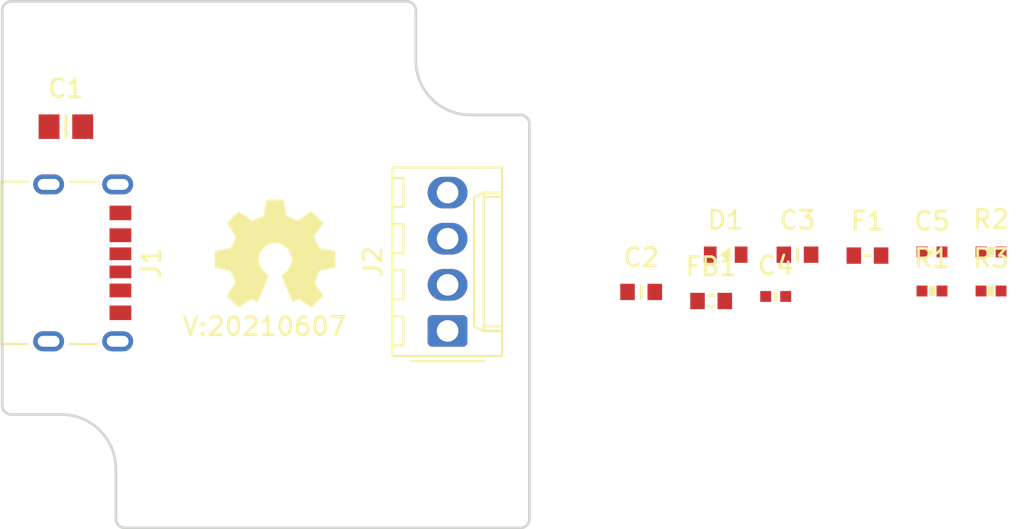
<source format=kicad_pcb>
(kicad_pcb (version 20171130) (host pcbnew 5.1.10-88a1d61d58~88~ubuntu20.10.1)

  (general
    (thickness 1.6)
    (drawings 17)
    (tracks 0)
    (zones 0)
    (modules 17)
    (nets 9)
  )

  (page A4)
  (layers
    (0 F.Cu signal)
    (31 B.Cu signal)
    (32 B.Adhes user)
    (33 F.Adhes user)
    (34 B.Paste user)
    (35 F.Paste user)
    (36 B.SilkS user)
    (37 F.SilkS user)
    (38 B.Mask user)
    (39 F.Mask user)
    (40 Dwgs.User user)
    (41 Cmts.User user)
    (42 Eco1.User user)
    (43 Eco2.User user)
    (44 Edge.Cuts user)
    (45 Margin user)
    (46 B.CrtYd user)
    (47 F.CrtYd user)
    (48 B.Fab user)
    (49 F.Fab user)
  )

  (setup
    (last_trace_width 0.1524)
    (user_trace_width 0.1524)
    (user_trace_width 0.2)
    (user_trace_width 0.3)
    (user_trace_width 0.4)
    (user_trace_width 0.6)
    (user_trace_width 1)
    (user_trace_width 1.5)
    (user_trace_width 2)
    (trace_clearance 0.1524)
    (zone_clearance 0.508)
    (zone_45_only no)
    (trace_min 0.1524)
    (via_size 0.381)
    (via_drill 0.254)
    (via_min_size 0.381)
    (via_min_drill 0.254)
    (user_via 0.4 0.254)
    (user_via 0.6 0.4)
    (user_via 0.8 0.6)
    (user_via 1 0.8)
    (user_via 1.3 1)
    (user_via 1.5 1.2)
    (user_via 1.7 1.4)
    (user_via 1.9 1.6)
    (uvia_size 0.381)
    (uvia_drill 0.254)
    (uvias_allowed no)
    (uvia_min_size 0.381)
    (uvia_min_drill 0.254)
    (edge_width 0.15)
    (segment_width 0.2)
    (pcb_text_width 0.3)
    (pcb_text_size 1.5 1.5)
    (mod_edge_width 0.15)
    (mod_text_size 1 1)
    (mod_text_width 0.15)
    (pad_size 1.524 1.524)
    (pad_drill 0.762)
    (pad_to_mask_clearance 0.1)
    (solder_mask_min_width 0.15)
    (aux_axis_origin 0 0)
    (visible_elements FFFFFF7F)
    (pcbplotparams
      (layerselection 0x010fc_ffffffff)
      (usegerberextensions true)
      (usegerberattributes false)
      (usegerberadvancedattributes false)
      (creategerberjobfile false)
      (excludeedgelayer true)
      (linewidth 0.100000)
      (plotframeref false)
      (viasonmask false)
      (mode 1)
      (useauxorigin false)
      (hpglpennumber 1)
      (hpglpenspeed 20)
      (hpglpendiameter 15.000000)
      (psnegative false)
      (psa4output false)
      (plotreference true)
      (plotvalue true)
      (plotinvisibletext false)
      (padsonsilk false)
      (subtractmaskfromsilk false)
      (outputformat 1)
      (mirror false)
      (drillshape 0)
      (scaleselection 1)
      (outputdirectory "OSH_Park_2_layer_plots"))
  )

  (net 0 "")
  (net 1 "Net-(C1-Pad1)")
  (net 2 /GND)
  (net 3 /VBUS)
  (net 4 /VCC)
  (net 5 /CC1)
  (net 6 /CC2)
  (net 7 "Net-(D1-Pad2)")
  (net 8 "Net-(F1-Pad1)")

  (net_class Default "This is the default net class."
    (clearance 0.1524)
    (trace_width 0.1524)
    (via_dia 0.381)
    (via_drill 0.254)
    (uvia_dia 0.381)
    (uvia_drill 0.254)
    (add_net /CC1)
    (add_net /CC2)
    (add_net /GND)
    (add_net /VBUS)
    (add_net /VCC)
    (add_net "Net-(C1-Pad1)")
    (add_net "Net-(D1-Pad2)")
    (add_net "Net-(F1-Pad1)")
  )

  (module SquantorRcl:R_0402_hand (layer F.Cu) (tedit 5D440136) (tstamp 60C00E44)
    (at 187.4 103.05)
    (descr "Resistor SMD 0402, reflow soldering, Vishay (see dcrcw.pdf)")
    (tags "resistor 0402")
    (path /60BFDB94)
    (attr smd)
    (fp_text reference R3 (at 0 -1.8) (layer F.SilkS)
      (effects (font (size 1 1) (thickness 0.15)))
    )
    (fp_text value 1K (at 0 1.8) (layer F.Fab)
      (effects (font (size 1 1) (thickness 0.15)))
    )
    (fp_line (start -0.5 0.25) (end -0.5 -0.25) (layer F.Fab) (width 0.1))
    (fp_line (start 0.5 0.25) (end -0.5 0.25) (layer F.Fab) (width 0.1))
    (fp_line (start 0.5 -0.25) (end 0.5 0.25) (layer F.Fab) (width 0.1))
    (fp_line (start -0.5 -0.25) (end 0.5 -0.25) (layer F.Fab) (width 0.1))
    (fp_line (start -1.1 -0.55) (end 1.1 -0.55) (layer F.CrtYd) (width 0.05))
    (fp_line (start -1.1 0.55) (end 1.1 0.55) (layer F.CrtYd) (width 0.05))
    (fp_line (start -1.1 -0.55) (end -1.1 0.55) (layer F.CrtYd) (width 0.05))
    (fp_line (start 1.1 -0.55) (end 1.1 0.55) (layer F.CrtYd) (width 0.05))
    (fp_line (start -0.1 -0.2) (end 0.1 -0.2) (layer F.SilkS) (width 0.15))
    (fp_line (start 0.1 -0.2) (end 0.1 0.2) (layer F.SilkS) (width 0.15))
    (fp_line (start 0.1 0.2) (end -0.1 0.2) (layer F.SilkS) (width 0.15))
    (fp_line (start -0.1 0.2) (end -0.1 -0.2) (layer F.SilkS) (width 0.15))
    (fp_line (start 0 -0.2) (end 0 0.2) (layer F.SilkS) (width 0.15))
    (pad 2 smd rect (at 0.55 0) (size 0.6 0.6) (layers F.Cu F.Paste F.Mask)
      (net 7 "Net-(D1-Pad2)"))
    (pad 1 smd rect (at -0.55 0) (size 0.6 0.6) (layers F.Cu F.Paste F.Mask)
      (net 4 /VCC))
    (model ${KISYS3DMOD}/Resistor_SMD.3dshapes/R_0402_1005Metric.step
      (at (xyz 0 0 0))
      (scale (xyz 1 1 1))
      (rotate (xyz 0 0 0))
    )
  )

  (module SquantorRcl:R_0402_hand (layer F.Cu) (tedit 5D440136) (tstamp 60C00E31)
    (at 187.4 100.9)
    (descr "Resistor SMD 0402, reflow soldering, Vishay (see dcrcw.pdf)")
    (tags "resistor 0402")
    (path /60BFD12A)
    (attr smd)
    (fp_text reference R2 (at 0 -1.8) (layer F.SilkS)
      (effects (font (size 1 1) (thickness 0.15)))
    )
    (fp_text value 5.1K (at 0 1.8) (layer F.Fab)
      (effects (font (size 1 1) (thickness 0.15)))
    )
    (fp_line (start -0.5 0.25) (end -0.5 -0.25) (layer F.Fab) (width 0.1))
    (fp_line (start 0.5 0.25) (end -0.5 0.25) (layer F.Fab) (width 0.1))
    (fp_line (start 0.5 -0.25) (end 0.5 0.25) (layer F.Fab) (width 0.1))
    (fp_line (start -0.5 -0.25) (end 0.5 -0.25) (layer F.Fab) (width 0.1))
    (fp_line (start -1.1 -0.55) (end 1.1 -0.55) (layer F.CrtYd) (width 0.05))
    (fp_line (start -1.1 0.55) (end 1.1 0.55) (layer F.CrtYd) (width 0.05))
    (fp_line (start -1.1 -0.55) (end -1.1 0.55) (layer F.CrtYd) (width 0.05))
    (fp_line (start 1.1 -0.55) (end 1.1 0.55) (layer F.CrtYd) (width 0.05))
    (fp_line (start -0.1 -0.2) (end 0.1 -0.2) (layer F.SilkS) (width 0.15))
    (fp_line (start 0.1 -0.2) (end 0.1 0.2) (layer F.SilkS) (width 0.15))
    (fp_line (start 0.1 0.2) (end -0.1 0.2) (layer F.SilkS) (width 0.15))
    (fp_line (start -0.1 0.2) (end -0.1 -0.2) (layer F.SilkS) (width 0.15))
    (fp_line (start 0 -0.2) (end 0 0.2) (layer F.SilkS) (width 0.15))
    (pad 2 smd rect (at 0.55 0) (size 0.6 0.6) (layers F.Cu F.Paste F.Mask)
      (net 6 /CC2))
    (pad 1 smd rect (at -0.55 0) (size 0.6 0.6) (layers F.Cu F.Paste F.Mask)
      (net 2 /GND))
    (model ${KISYS3DMOD}/Resistor_SMD.3dshapes/R_0402_1005Metric.step
      (at (xyz 0 0 0))
      (scale (xyz 1 1 1))
      (rotate (xyz 0 0 0))
    )
  )

  (module SquantorRcl:R_0402_hand (layer F.Cu) (tedit 5D440136) (tstamp 60C00E1E)
    (at 184.15 103.05)
    (descr "Resistor SMD 0402, reflow soldering, Vishay (see dcrcw.pdf)")
    (tags "resistor 0402")
    (path /60BE9556)
    (attr smd)
    (fp_text reference R1 (at 0 -1.8) (layer F.SilkS)
      (effects (font (size 1 1) (thickness 0.15)))
    )
    (fp_text value 5.1K (at 0 1.8) (layer F.Fab)
      (effects (font (size 1 1) (thickness 0.15)))
    )
    (fp_line (start -0.5 0.25) (end -0.5 -0.25) (layer F.Fab) (width 0.1))
    (fp_line (start 0.5 0.25) (end -0.5 0.25) (layer F.Fab) (width 0.1))
    (fp_line (start 0.5 -0.25) (end 0.5 0.25) (layer F.Fab) (width 0.1))
    (fp_line (start -0.5 -0.25) (end 0.5 -0.25) (layer F.Fab) (width 0.1))
    (fp_line (start -1.1 -0.55) (end 1.1 -0.55) (layer F.CrtYd) (width 0.05))
    (fp_line (start -1.1 0.55) (end 1.1 0.55) (layer F.CrtYd) (width 0.05))
    (fp_line (start -1.1 -0.55) (end -1.1 0.55) (layer F.CrtYd) (width 0.05))
    (fp_line (start 1.1 -0.55) (end 1.1 0.55) (layer F.CrtYd) (width 0.05))
    (fp_line (start -0.1 -0.2) (end 0.1 -0.2) (layer F.SilkS) (width 0.15))
    (fp_line (start 0.1 -0.2) (end 0.1 0.2) (layer F.SilkS) (width 0.15))
    (fp_line (start 0.1 0.2) (end -0.1 0.2) (layer F.SilkS) (width 0.15))
    (fp_line (start -0.1 0.2) (end -0.1 -0.2) (layer F.SilkS) (width 0.15))
    (fp_line (start 0 -0.2) (end 0 0.2) (layer F.SilkS) (width 0.15))
    (pad 2 smd rect (at 0.55 0) (size 0.6 0.6) (layers F.Cu F.Paste F.Mask)
      (net 5 /CC1))
    (pad 1 smd rect (at -0.55 0) (size 0.6 0.6) (layers F.Cu F.Paste F.Mask)
      (net 2 /GND))
    (model ${KISYS3DMOD}/Resistor_SMD.3dshapes/R_0402_1005Metric.step
      (at (xyz 0 0 0))
      (scale (xyz 1 1 1))
      (rotate (xyz 0 0 0))
    )
  )

  (module Connector_Molex:Molex_KK-254_AE-6410-04A_1x04_P2.54mm_Vertical (layer F.Cu) (tedit 5EA53D3B) (tstamp 60C00DFF)
    (at 157.5 105.25 90)
    (descr "Molex KK-254 Interconnect System, old/engineering part number: AE-6410-04A example for new part number: 22-27-2041, 4 Pins (http://www.molex.com/pdm_docs/sd/022272021_sd.pdf), generated with kicad-footprint-generator")
    (tags "connector Molex KK-254 vertical")
    (path /60C0982A)
    (fp_text reference J2 (at 3.81 -4.12 90) (layer F.SilkS)
      (effects (font (size 1 1) (thickness 0.15)))
    )
    (fp_text value Conn_01x04 (at 3.81 4.08 90) (layer F.Fab)
      (effects (font (size 1 1) (thickness 0.15)))
    )
    (fp_text user %R (at 3.81 -2.22 90) (layer F.Fab)
      (effects (font (size 1 1) (thickness 0.15)))
    )
    (fp_line (start -1.27 -2.92) (end -1.27 2.88) (layer F.Fab) (width 0.1))
    (fp_line (start -1.27 2.88) (end 8.89 2.88) (layer F.Fab) (width 0.1))
    (fp_line (start 8.89 2.88) (end 8.89 -2.92) (layer F.Fab) (width 0.1))
    (fp_line (start 8.89 -2.92) (end -1.27 -2.92) (layer F.Fab) (width 0.1))
    (fp_line (start -1.38 -3.03) (end -1.38 2.99) (layer F.SilkS) (width 0.12))
    (fp_line (start -1.38 2.99) (end 9 2.99) (layer F.SilkS) (width 0.12))
    (fp_line (start 9 2.99) (end 9 -3.03) (layer F.SilkS) (width 0.12))
    (fp_line (start 9 -3.03) (end -1.38 -3.03) (layer F.SilkS) (width 0.12))
    (fp_line (start -1.67 -2) (end -1.67 2) (layer F.SilkS) (width 0.12))
    (fp_line (start -1.27 -0.5) (end -0.562893 0) (layer F.Fab) (width 0.1))
    (fp_line (start -0.562893 0) (end -1.27 0.5) (layer F.Fab) (width 0.1))
    (fp_line (start 0 2.99) (end 0 1.99) (layer F.SilkS) (width 0.12))
    (fp_line (start 0 1.99) (end 7.62 1.99) (layer F.SilkS) (width 0.12))
    (fp_line (start 7.62 1.99) (end 7.62 2.99) (layer F.SilkS) (width 0.12))
    (fp_line (start 0 1.99) (end 0.25 1.46) (layer F.SilkS) (width 0.12))
    (fp_line (start 0.25 1.46) (end 7.37 1.46) (layer F.SilkS) (width 0.12))
    (fp_line (start 7.37 1.46) (end 7.62 1.99) (layer F.SilkS) (width 0.12))
    (fp_line (start 0.25 2.99) (end 0.25 1.99) (layer F.SilkS) (width 0.12))
    (fp_line (start 7.37 2.99) (end 7.37 1.99) (layer F.SilkS) (width 0.12))
    (fp_line (start -0.8 -3.03) (end -0.8 -2.43) (layer F.SilkS) (width 0.12))
    (fp_line (start -0.8 -2.43) (end 0.8 -2.43) (layer F.SilkS) (width 0.12))
    (fp_line (start 0.8 -2.43) (end 0.8 -3.03) (layer F.SilkS) (width 0.12))
    (fp_line (start 1.74 -3.03) (end 1.74 -2.43) (layer F.SilkS) (width 0.12))
    (fp_line (start 1.74 -2.43) (end 3.34 -2.43) (layer F.SilkS) (width 0.12))
    (fp_line (start 3.34 -2.43) (end 3.34 -3.03) (layer F.SilkS) (width 0.12))
    (fp_line (start 4.28 -3.03) (end 4.28 -2.43) (layer F.SilkS) (width 0.12))
    (fp_line (start 4.28 -2.43) (end 5.88 -2.43) (layer F.SilkS) (width 0.12))
    (fp_line (start 5.88 -2.43) (end 5.88 -3.03) (layer F.SilkS) (width 0.12))
    (fp_line (start 6.82 -3.03) (end 6.82 -2.43) (layer F.SilkS) (width 0.12))
    (fp_line (start 6.82 -2.43) (end 8.42 -2.43) (layer F.SilkS) (width 0.12))
    (fp_line (start 8.42 -2.43) (end 8.42 -3.03) (layer F.SilkS) (width 0.12))
    (fp_line (start -1.77 -3.42) (end -1.77 3.38) (layer F.CrtYd) (width 0.05))
    (fp_line (start -1.77 3.38) (end 9.39 3.38) (layer F.CrtYd) (width 0.05))
    (fp_line (start 9.39 3.38) (end 9.39 -3.42) (layer F.CrtYd) (width 0.05))
    (fp_line (start 9.39 -3.42) (end -1.77 -3.42) (layer F.CrtYd) (width 0.05))
    (pad 4 thru_hole oval (at 7.62 0 90) (size 1.74 2.19) (drill 1.19) (layers *.Cu *.Mask)
      (net 6 /CC2))
    (pad 3 thru_hole oval (at 5.08 0 90) (size 1.74 2.19) (drill 1.19) (layers *.Cu *.Mask)
      (net 5 /CC1))
    (pad 2 thru_hole oval (at 2.54 0 90) (size 1.74 2.19) (drill 1.19) (layers *.Cu *.Mask)
      (net 4 /VCC))
    (pad 1 thru_hole roundrect (at 0 0 90) (size 1.74 2.19) (drill 1.19) (layers *.Cu *.Mask) (roundrect_rratio 0.143678)
      (net 2 /GND))
    (model ${KISYS3DMOD}/Connector_Molex.3dshapes/Molex_KK-254_AE-6410-04A_1x04_P2.54mm_Vertical.wrl
      (at (xyz 0 0 0))
      (scale (xyz 1 1 1))
      (rotate (xyz 0 0 0))
    )
  )

  (module SquantorUsb:USB-C-HRO-31-M-17 (layer F.Cu) (tedit 60BE776D) (tstamp 60C00DD3)
    (at 139.5 101.5 270)
    (descr "USB-C HRO-31-M-17 connector")
    (tags USB-C)
    (path /60BE1975)
    (attr smd)
    (fp_text reference J1 (at 0 -1.7 90) (layer F.SilkS)
      (effects (font (size 1 1) (thickness 0.15)))
    )
    (fp_text value USB-C_PD (at 0 -1.7 90) (layer F.Fab)
      (effects (font (size 1 1) (thickness 0.15)))
    )
    (fp_line (start -4.9 5.1) (end -4.9 6.6) (layer F.CrtYd) (width 0.05))
    (fp_line (start -5.3 5.1) (end -4.9 5.1) (layer F.CrtYd) (width 0.05))
    (fp_line (start -5.3 -1.1) (end -5.3 5.1) (layer F.CrtYd) (width 0.05))
    (fp_line (start 5.3 -1.1) (end -5.3 -1.1) (layer F.CrtYd) (width 0.05))
    (fp_line (start 5.3 5.1) (end 5.3 -1.1) (layer F.CrtYd) (width 0.05))
    (fp_line (start 4.9 5.1) (end 5.3 5.1) (layer F.CrtYd) (width 0.05))
    (fp_line (start 4.9 6.6) (end 4.9 5.1) (layer F.CrtYd) (width 0.05))
    (fp_line (start -4.9 6.6) (end 4.9 6.6) (layer F.CrtYd) (width 0.05))
    (fp_line (start 4.47 2.8) (end 4.47 1.3) (layer F.SilkS) (width 0.12))
    (fp_line (start 4.47 6.55) (end 4.47 5.1) (layer F.SilkS) (width 0.12))
    (fp_line (start -4.47 6.55) (end 4.47 6.55) (layer F.SilkS) (width 0.12))
    (fp_line (start -4.47 6.55) (end -4.47 5.1) (layer F.SilkS) (width 0.12))
    (fp_line (start -4.47 2.8) (end -4.47 1.3) (layer F.SilkS) (width 0.12))
    (fp_line (start -4.47 -0.25) (end 4.47 -0.25) (layer Dwgs.User) (width 0.12))
    (fp_line (start -4.47 6.55) (end -4.47 -0.25) (layer Dwgs.User) (width 0.12))
    (fp_line (start 4.47 6.55) (end 4.47 -0.25) (layer Dwgs.User) (width 0.12))
    (fp_line (start -4.47 6.55) (end 4.47 6.55) (layer Dwgs.User) (width 0.12))
    (pad S thru_hole oval (at -4.32 3.95 270) (size 1.1 1.7) (drill oval 0.6 1.2) (layers *.Cu *.Mask)
      (net 1 "Net-(C1-Pad1)"))
    (pad S thru_hole oval (at 4.32 3.95 270) (size 1.1 1.7) (drill oval 0.6 1.2) (layers *.Cu *.Mask)
      (net 1 "Net-(C1-Pad1)"))
    (pad S thru_hole oval (at 4.32 0.15 270) (size 1.1 1.7) (drill oval 0.6 1.2) (layers *.Cu *.Mask)
      (net 1 "Net-(C1-Pad1)"))
    (pad S thru_hole oval (at -4.32 0.15 270) (size 1.1 1.7) (drill oval 0.6 1.2) (layers *.Cu *.Mask)
      (net 1 "Net-(C1-Pad1)"))
    (pad B14 smd rect (at 2.75 0 270) (size 0.8 1.2) (layers F.Cu F.Paste F.Mask))
    (pad B13 smd rect (at 1.52 0 270) (size 0.76 1.2) (layers F.Cu F.Paste F.Mask))
    (pad B11 smd rect (at 0.5 0 270) (size 0.7 1.2) (layers F.Cu F.Paste F.Mask))
    (pad B10 smd rect (at -0.5 0 270) (size 0.7 1.2) (layers F.Cu F.Paste F.Mask))
    (pad B9 smd rect (at -1.52 0 270) (size 0.76 1.2) (layers F.Cu F.Paste F.Mask)
      (net 3 /VBUS))
    (pad B12 smd rect (at -2.75 0 270) (size 0.8 1.2) (layers F.Cu F.Paste F.Mask)
      (net 2 /GND))
  )

  (module SquantorRcl:L_0603 (layer F.Cu) (tedit 5D56B376) (tstamp 60C00DA4)
    (at 172 103.6)
    (descr "Inductor SMD 0603")
    (tags "Inductor 0402")
    (path /60BEC507)
    (attr smd)
    (fp_text reference FB1 (at 0 -1.9) (layer F.SilkS)
      (effects (font (size 1 1) (thickness 0.15)))
    )
    (fp_text value 600 (at 0 1.9) (layer F.Fab)
      (effects (font (size 1 1) (thickness 0.15)))
    )
    (fp_line (start -0.8 0.4) (end -0.8 -0.4) (layer F.Fab) (width 0.1))
    (fp_line (start 0.8 0.4) (end -0.8 0.4) (layer F.Fab) (width 0.1))
    (fp_line (start 0.8 -0.4) (end 0.8 0.4) (layer F.Fab) (width 0.1))
    (fp_line (start -0.8 -0.4) (end 0.8 -0.4) (layer F.Fab) (width 0.1))
    (fp_line (start -1.4 -0.7) (end 1.4 -0.7) (layer F.CrtYd) (width 0.05))
    (fp_line (start -1.4 0.7) (end 1.4 0.7) (layer F.CrtYd) (width 0.05))
    (fp_line (start -1.4 -0.7) (end -1.4 0.7) (layer F.CrtYd) (width 0.05))
    (fp_line (start 1.4 -0.7) (end 1.4 0.7) (layer F.CrtYd) (width 0.05))
    (fp_line (start -0.15 -0.3) (end 0.15 -0.3) (layer F.SilkS) (width 0.15))
    (fp_line (start -0.15 0.3) (end 0.15 0.3) (layer F.SilkS) (width 0.15))
    (pad 2 smd rect (at 0.75 0) (size 0.8 0.9) (layers F.Cu F.Paste F.Mask)
      (net 8 "Net-(F1-Pad1)"))
    (pad 1 smd rect (at -0.75 0) (size 0.8 0.9) (layers F.Cu F.Paste F.Mask)
      (net 4 /VCC))
    (model ${KISYS3DMOD}/Inductor_SMD.3dshapes/L_0603_1608Metric.step
      (at (xyz 0 0 0))
      (scale (xyz 1 1 1))
      (rotate (xyz 0 0 0))
    )
  )

  (module SquantorRcl:F_0603_hand (layer F.Cu) (tedit 5D55497D) (tstamp 60C00D94)
    (at 180.6 101.1)
    (descr "Fuse SMD 0603, reflow soldering")
    (tags "fuse 0603")
    (path /60BE9415)
    (attr smd)
    (fp_text reference F1 (at 0 -1.9) (layer F.SilkS)
      (effects (font (size 1 1) (thickness 0.15)))
    )
    (fp_text value 500mA (at 0 1.9) (layer F.Fab)
      (effects (font (size 1 1) (thickness 0.15)))
    )
    (fp_line (start -0.8 0.4) (end -0.8 -0.4) (layer F.Fab) (width 0.1))
    (fp_line (start 0.8 0.4) (end -0.8 0.4) (layer F.Fab) (width 0.1))
    (fp_line (start 0.8 -0.4) (end 0.8 0.4) (layer F.Fab) (width 0.1))
    (fp_line (start -0.8 -0.4) (end 0.8 -0.4) (layer F.Fab) (width 0.1))
    (fp_line (start -1.4 -0.75) (end 1.4 -0.75) (layer F.CrtYd) (width 0.05))
    (fp_line (start -1.4 0.75) (end 1.4 0.75) (layer F.CrtYd) (width 0.05))
    (fp_line (start -1.4 -0.75) (end -1.4 0.75) (layer F.CrtYd) (width 0.05))
    (fp_line (start 1.4 -0.75) (end 1.4 0.75) (layer F.CrtYd) (width 0.05))
    (fp_line (start -0.15 0) (end 0.15 0) (layer F.SilkS) (width 0.15))
    (pad 2 smd rect (at 0.75 0) (size 0.8 0.9) (layers F.Cu F.Paste F.Mask)
      (net 3 /VBUS))
    (pad 1 smd rect (at -0.75 0) (size 0.8 0.9) (layers F.Cu F.Paste F.Mask)
      (net 8 "Net-(F1-Pad1)"))
    (model ${KISYS3DMOD}/Resistor_SMD.3dshapes/R_0603_1608Metric.step
      (at (xyz 0 0 0))
      (scale (xyz 1 1 1))
      (rotate (xyz 0 0 0))
    )
    (model ${KISYS3DMOD}/Inductor_SMD.3dshapes/L_0603_1608Metric.step
      (at (xyz 0 0 0))
      (scale (xyz 1 1 1))
      (rotate (xyz 0 0 0))
    )
  )

  (module SquantorDiodes:LED_0603_hand (layer F.Cu) (tedit 5D43FE44) (tstamp 60C00D85)
    (at 172.8 101.05)
    (descr "LED SMD 0603, reflow soldering, general purpose")
    (tags "LED 0603")
    (path /60BFB682)
    (attr smd)
    (fp_text reference D1 (at 0 -1.9) (layer F.SilkS)
      (effects (font (size 1 1) (thickness 0.15)))
    )
    (fp_text value LED (at 0 1.9) (layer F.Fab)
      (effects (font (size 1 1) (thickness 0.15)))
    )
    (fp_line (start -0.8 0.4) (end -0.8 -0.4) (layer F.Fab) (width 0.1))
    (fp_line (start 0.8 0.4) (end -0.8 0.4) (layer F.Fab) (width 0.1))
    (fp_line (start 0.8 -0.4) (end 0.8 0.4) (layer F.Fab) (width 0.1))
    (fp_line (start -0.8 -0.4) (end 0.8 -0.4) (layer F.Fab) (width 0.1))
    (fp_line (start -1.5 -0.7) (end 1.5 -0.7) (layer F.CrtYd) (width 0.05))
    (fp_line (start -1.5 0.7) (end 1.5 0.7) (layer F.CrtYd) (width 0.05))
    (fp_line (start -1.5 -0.7) (end -1.5 0.7) (layer F.CrtYd) (width 0.05))
    (fp_line (start 1.5 -0.7) (end 1.5 0.7) (layer F.CrtYd) (width 0.05))
    (fp_line (start 0.2 -0.3) (end -0.2 0) (layer F.SilkS) (width 0.15))
    (fp_line (start -0.2 0) (end 0.2 0.3) (layer F.SilkS) (width 0.15))
    (fp_line (start 0.2 0.3) (end 0.2 -0.3) (layer F.SilkS) (width 0.15))
    (fp_line (start -0.2 0) (end 0.2 0) (layer F.SilkS) (width 0.15))
    (fp_line (start 0.1 -0.2) (end 0.1 0.2) (layer F.SilkS) (width 0.15))
    (pad 2 smd rect (at 0.85 0) (size 0.7 0.9) (layers F.Cu F.Paste F.Mask)
      (net 7 "Net-(D1-Pad2)"))
    (pad 1 smd rect (at -0.85 0) (size 0.7 0.9) (layers F.Cu F.Paste F.Mask)
      (net 2 /GND))
    (model ${KISYS3DMOD}/LED_SMD.3dshapes/LED_0603_1608Metric.step
      (at (xyz 0 0 0))
      (scale (xyz 1 1 1))
      (rotate (xyz 0 0 0))
    )
  )

  (module SquantorRcl:C_0402 (layer F.Cu) (tedit 5D442507) (tstamp 60C00D72)
    (at 184.15 100.9)
    (descr "Capacitor SMD 0402, reflow soldering, AVX (see smccp.pdf)")
    (tags "capacitor 0402")
    (path /60BF6E43)
    (attr smd)
    (fp_text reference C5 (at 0 -1.7) (layer F.SilkS)
      (effects (font (size 1 1) (thickness 0.15)))
    )
    (fp_text value 470p (at 0 1.7) (layer F.Fab)
      (effects (font (size 1 1) (thickness 0.15)))
    )
    (fp_line (start -0.5 0.25) (end -0.5 -0.25) (layer F.Fab) (width 0.1))
    (fp_line (start 0.5 0.25) (end -0.5 0.25) (layer F.Fab) (width 0.1))
    (fp_line (start 0.5 -0.25) (end 0.5 0.25) (layer F.Fab) (width 0.1))
    (fp_line (start -0.5 -0.25) (end 0.5 -0.25) (layer F.Fab) (width 0.1))
    (fp_line (start -1.1 -0.55) (end 1.1 -0.55) (layer F.CrtYd) (width 0.05))
    (fp_line (start -1.1 0.55) (end 1.1 0.55) (layer F.CrtYd) (width 0.05))
    (fp_line (start -1.1 -0.55) (end -1.1 0.55) (layer F.CrtYd) (width 0.05))
    (fp_line (start 1.1 -0.55) (end 1.1 0.55) (layer F.CrtYd) (width 0.05))
    (fp_line (start 0 -0.2) (end 0 0.2) (layer F.SilkS) (width 0.15))
    (pad 2 smd rect (at 0.55 0) (size 0.6 0.6) (layers F.Cu F.Paste F.Mask)
      (net 6 /CC2))
    (pad 1 smd rect (at -0.55 0) (size 0.6 0.6) (layers F.Cu F.Paste F.Mask)
      (net 2 /GND))
    (model ${KISYS3DMOD}/Capacitor_SMD.3dshapes/C_0402_1005Metric.step
      (at (xyz 0 0 0))
      (scale (xyz 1 1 1))
      (rotate (xyz 0 0 0))
    )
  )

  (module SquantorRcl:C_0402 (layer F.Cu) (tedit 5D442507) (tstamp 60C00D63)
    (at 175.55 103.35)
    (descr "Capacitor SMD 0402, reflow soldering, AVX (see smccp.pdf)")
    (tags "capacitor 0402")
    (path /60BF23C4)
    (attr smd)
    (fp_text reference C4 (at 0 -1.7) (layer F.SilkS)
      (effects (font (size 1 1) (thickness 0.15)))
    )
    (fp_text value 470p (at 0 1.7) (layer F.Fab)
      (effects (font (size 1 1) (thickness 0.15)))
    )
    (fp_line (start -0.5 0.25) (end -0.5 -0.25) (layer F.Fab) (width 0.1))
    (fp_line (start 0.5 0.25) (end -0.5 0.25) (layer F.Fab) (width 0.1))
    (fp_line (start 0.5 -0.25) (end 0.5 0.25) (layer F.Fab) (width 0.1))
    (fp_line (start -0.5 -0.25) (end 0.5 -0.25) (layer F.Fab) (width 0.1))
    (fp_line (start -1.1 -0.55) (end 1.1 -0.55) (layer F.CrtYd) (width 0.05))
    (fp_line (start -1.1 0.55) (end 1.1 0.55) (layer F.CrtYd) (width 0.05))
    (fp_line (start -1.1 -0.55) (end -1.1 0.55) (layer F.CrtYd) (width 0.05))
    (fp_line (start 1.1 -0.55) (end 1.1 0.55) (layer F.CrtYd) (width 0.05))
    (fp_line (start 0 -0.2) (end 0 0.2) (layer F.SilkS) (width 0.15))
    (pad 2 smd rect (at 0.55 0) (size 0.6 0.6) (layers F.Cu F.Paste F.Mask)
      (net 5 /CC1))
    (pad 1 smd rect (at -0.55 0) (size 0.6 0.6) (layers F.Cu F.Paste F.Mask)
      (net 2 /GND))
    (model ${KISYS3DMOD}/Capacitor_SMD.3dshapes/C_0402_1005Metric.step
      (at (xyz 0 0 0))
      (scale (xyz 1 1 1))
      (rotate (xyz 0 0 0))
    )
  )

  (module SquantorRcl:C_0603 (layer F.Cu) (tedit 5D4422AA) (tstamp 60C00D54)
    (at 176.75 101.05)
    (descr "Capacitor SMD 0603, reflow soldering, AVX (see smccp.pdf)")
    (tags "capacitor 0603")
    (path /60BEB6D5)
    (attr smd)
    (fp_text reference C3 (at 0 -1.9) (layer F.SilkS)
      (effects (font (size 1 1) (thickness 0.15)))
    )
    (fp_text value 10u (at 0 1.9) (layer F.Fab)
      (effects (font (size 1 1) (thickness 0.15)))
    )
    (fp_line (start -0.8 0.4) (end -0.8 -0.4) (layer F.Fab) (width 0.1))
    (fp_line (start 0.8 0.4) (end -0.8 0.4) (layer F.Fab) (width 0.1))
    (fp_line (start 0.8 -0.4) (end 0.8 0.4) (layer F.Fab) (width 0.1))
    (fp_line (start -0.8 -0.4) (end 0.8 -0.4) (layer F.Fab) (width 0.1))
    (fp_line (start -1.4 -0.7) (end 1.4 -0.7) (layer F.CrtYd) (width 0.05))
    (fp_line (start -1.4 0.7) (end 1.4 0.7) (layer F.CrtYd) (width 0.05))
    (fp_line (start -1.4 -0.7) (end -1.4 0.7) (layer F.CrtYd) (width 0.05))
    (fp_line (start 1.4 -0.7) (end 1.4 0.7) (layer F.CrtYd) (width 0.05))
    (fp_line (start 0 -0.35) (end 0 0.35) (layer F.SilkS) (width 0.15))
    (pad 2 smd rect (at 0.75 0) (size 0.8 0.9) (layers F.Cu F.Paste F.Mask)
      (net 2 /GND))
    (pad 1 smd rect (at -0.75 0) (size 0.8 0.9) (layers F.Cu F.Paste F.Mask)
      (net 4 /VCC))
    (model ${KISYS3DMOD}/Capacitor_SMD.3dshapes/C_0603_1608Metric.step
      (at (xyz 0 0 0))
      (scale (xyz 1 1 1))
      (rotate (xyz 0 0 0))
    )
  )

  (module SquantorRcl:C_0603 (layer F.Cu) (tedit 5D4422AA) (tstamp 60C00D45)
    (at 168.15 103.1)
    (descr "Capacitor SMD 0603, reflow soldering, AVX (see smccp.pdf)")
    (tags "capacitor 0603")
    (path /60BEA382)
    (attr smd)
    (fp_text reference C2 (at 0 -1.9) (layer F.SilkS)
      (effects (font (size 1 1) (thickness 0.15)))
    )
    (fp_text value 100n (at 0 1.9) (layer F.Fab)
      (effects (font (size 1 1) (thickness 0.15)))
    )
    (fp_line (start -0.8 0.4) (end -0.8 -0.4) (layer F.Fab) (width 0.1))
    (fp_line (start 0.8 0.4) (end -0.8 0.4) (layer F.Fab) (width 0.1))
    (fp_line (start 0.8 -0.4) (end 0.8 0.4) (layer F.Fab) (width 0.1))
    (fp_line (start -0.8 -0.4) (end 0.8 -0.4) (layer F.Fab) (width 0.1))
    (fp_line (start -1.4 -0.7) (end 1.4 -0.7) (layer F.CrtYd) (width 0.05))
    (fp_line (start -1.4 0.7) (end 1.4 0.7) (layer F.CrtYd) (width 0.05))
    (fp_line (start -1.4 -0.7) (end -1.4 0.7) (layer F.CrtYd) (width 0.05))
    (fp_line (start 1.4 -0.7) (end 1.4 0.7) (layer F.CrtYd) (width 0.05))
    (fp_line (start 0 -0.35) (end 0 0.35) (layer F.SilkS) (width 0.15))
    (pad 2 smd rect (at 0.75 0) (size 0.8 0.9) (layers F.Cu F.Paste F.Mask)
      (net 2 /GND))
    (pad 1 smd rect (at -0.75 0) (size 0.8 0.9) (layers F.Cu F.Paste F.Mask)
      (net 3 /VBUS))
    (model ${KISYS3DMOD}/Capacitor_SMD.3dshapes/C_0603_1608Metric.step
      (at (xyz 0 0 0))
      (scale (xyz 1 1 1))
      (rotate (xyz 0 0 0))
    )
  )

  (module SquantorRcl:C_0805+0603 (layer F.Cu) (tedit 5D4424FD) (tstamp 60C00D36)
    (at 136.5 94)
    (descr "Capacitor SMD 0805 and 0603 pad sizes, reflow soldering, based on AVX dimensions")
    (tags "capacitor 0805 0603 mixed")
    (path /60BE31C3)
    (attr smd)
    (fp_text reference C1 (at 0 -2.1) (layer F.SilkS)
      (effects (font (size 1 1) (thickness 0.15)))
    )
    (fp_text value 10n (at 0 2.1) (layer F.Fab)
      (effects (font (size 1 1) (thickness 0.15)))
    )
    (fp_line (start 1.75 -0.95) (end 1.75 0.95) (layer F.CrtYd) (width 0.05))
    (fp_line (start -1.75 -0.95) (end -1.75 0.95) (layer F.CrtYd) (width 0.05))
    (fp_line (start -1.75 0.95) (end 1.75 0.95) (layer F.CrtYd) (width 0.05))
    (fp_line (start -1.75 -0.95) (end 1.75 -0.95) (layer F.CrtYd) (width 0.05))
    (fp_line (start -0.9 -0.625) (end 0.9 -0.625) (layer F.Fab) (width 0.1))
    (fp_line (start 0.9 -0.625) (end 0.9 0.625) (layer F.Fab) (width 0.1))
    (fp_line (start 0.9 0.625) (end -0.9 0.625) (layer F.Fab) (width 0.1))
    (fp_line (start -0.9 0.625) (end -0.9 -0.625) (layer F.Fab) (width 0.1))
    (fp_line (start 0 -0.6) (end 0 0.6) (layer F.SilkS) (width 0.15))
    (pad 1 smd rect (at -0.925 0) (size 1.15 1.35) (layers F.Cu F.Paste F.Mask)
      (net 1 "Net-(C1-Pad1)"))
    (pad 2 smd rect (at 0.925 0) (size 1.15 1.35) (layers F.Cu F.Paste F.Mask)
      (net 2 /GND))
    (model ${KISYS3DMOD}/Capacitor_SMD.3dshapes/C_0805_2012Metric.step
      (at (xyz 0 0 0))
      (scale (xyz 1 1 1))
      (rotate (xyz 0 0 0))
    )
  )

  (module Symbols:OSHW-Symbol_6.7x6mm_SilkScreen (layer F.Cu) (tedit 0) (tstamp 5A135134)
    (at 148 101)
    (descr "Open Source Hardware Symbol")
    (tags "Logo Symbol OSHW")
    (path /5A135869)
    (attr virtual)
    (fp_text reference N1 (at 0 0) (layer F.SilkS) hide
      (effects (font (size 1 1) (thickness 0.15)))
    )
    (fp_text value OHWLOGO (at 0.75 0) (layer F.Fab) hide
      (effects (font (size 1 1) (thickness 0.15)))
    )
    (fp_poly (pts (xy 0.555814 -2.531069) (xy 0.639635 -2.086445) (xy 0.94892 -1.958947) (xy 1.258206 -1.831449)
      (xy 1.629246 -2.083754) (xy 1.733157 -2.154004) (xy 1.827087 -2.216728) (xy 1.906652 -2.269062)
      (xy 1.96747 -2.308143) (xy 2.005157 -2.331107) (xy 2.015421 -2.336058) (xy 2.03391 -2.323324)
      (xy 2.07342 -2.288118) (xy 2.129522 -2.234938) (xy 2.197787 -2.168282) (xy 2.273786 -2.092646)
      (xy 2.353092 -2.012528) (xy 2.431275 -1.932426) (xy 2.503907 -1.856836) (xy 2.566559 -1.790255)
      (xy 2.614803 -1.737182) (xy 2.64421 -1.702113) (xy 2.651241 -1.690377) (xy 2.641123 -1.66874)
      (xy 2.612759 -1.621338) (xy 2.569129 -1.552807) (xy 2.513218 -1.467785) (xy 2.448006 -1.370907)
      (xy 2.410219 -1.31565) (xy 2.341343 -1.214752) (xy 2.28014 -1.123701) (xy 2.229578 -1.04703)
      (xy 2.192628 -0.989272) (xy 2.172258 -0.954957) (xy 2.169197 -0.947746) (xy 2.176136 -0.927252)
      (xy 2.195051 -0.879487) (xy 2.223087 -0.811168) (xy 2.257391 -0.729011) (xy 2.295109 -0.63973)
      (xy 2.333387 -0.550042) (xy 2.36937 -0.466662) (xy 2.400206 -0.396306) (xy 2.423039 -0.34569)
      (xy 2.435017 -0.321529) (xy 2.435724 -0.320578) (xy 2.454531 -0.315964) (xy 2.504618 -0.305672)
      (xy 2.580793 -0.290713) (xy 2.677865 -0.272099) (xy 2.790643 -0.250841) (xy 2.856442 -0.238582)
      (xy 2.97695 -0.215638) (xy 3.085797 -0.193805) (xy 3.177476 -0.174278) (xy 3.246481 -0.158252)
      (xy 3.287304 -0.146921) (xy 3.295511 -0.143326) (xy 3.303548 -0.118994) (xy 3.310033 -0.064041)
      (xy 3.31497 0.015108) (xy 3.318364 0.112026) (xy 3.320218 0.220287) (xy 3.320538 0.333465)
      (xy 3.319327 0.445135) (xy 3.31659 0.548868) (xy 3.312331 0.638241) (xy 3.306555 0.706826)
      (xy 3.299267 0.748197) (xy 3.294895 0.75681) (xy 3.268764 0.767133) (xy 3.213393 0.781892)
      (xy 3.136107 0.799352) (xy 3.04423 0.81778) (xy 3.012158 0.823741) (xy 2.857524 0.852066)
      (xy 2.735375 0.874876) (xy 2.641673 0.89308) (xy 2.572384 0.907583) (xy 2.523471 0.919292)
      (xy 2.490897 0.929115) (xy 2.470628 0.937956) (xy 2.458626 0.946724) (xy 2.456947 0.948457)
      (xy 2.440184 0.976371) (xy 2.414614 1.030695) (xy 2.382788 1.104777) (xy 2.34726 1.191965)
      (xy 2.310583 1.285608) (xy 2.275311 1.379052) (xy 2.243996 1.465647) (xy 2.219193 1.53874)
      (xy 2.203454 1.591678) (xy 2.199332 1.617811) (xy 2.199676 1.618726) (xy 2.213641 1.640086)
      (xy 2.245322 1.687084) (xy 2.291391 1.754827) (xy 2.348518 1.838423) (xy 2.413373 1.932982)
      (xy 2.431843 1.959854) (xy 2.497699 2.057275) (xy 2.55565 2.146163) (xy 2.602538 2.221412)
      (xy 2.635207 2.27792) (xy 2.6505 2.310581) (xy 2.651241 2.314593) (xy 2.638392 2.335684)
      (xy 2.602888 2.377464) (xy 2.549293 2.435445) (xy 2.482171 2.505135) (xy 2.406087 2.582045)
      (xy 2.325604 2.661683) (xy 2.245287 2.739561) (xy 2.169699 2.811186) (xy 2.103405 2.87207)
      (xy 2.050969 2.917721) (xy 2.016955 2.94365) (xy 2.007545 2.947883) (xy 1.985643 2.937912)
      (xy 1.9408 2.91102) (xy 1.880321 2.871736) (xy 1.833789 2.840117) (xy 1.749475 2.782098)
      (xy 1.649626 2.713784) (xy 1.549473 2.645579) (xy 1.495627 2.609075) (xy 1.313371 2.4858)
      (xy 1.160381 2.56852) (xy 1.090682 2.604759) (xy 1.031414 2.632926) (xy 0.991311 2.648991)
      (xy 0.981103 2.651226) (xy 0.968829 2.634722) (xy 0.944613 2.588082) (xy 0.910263 2.515609)
      (xy 0.867588 2.421606) (xy 0.818394 2.310374) (xy 0.76449 2.186215) (xy 0.707684 2.053432)
      (xy 0.649782 1.916327) (xy 0.592593 1.779202) (xy 0.537924 1.646358) (xy 0.487584 1.522098)
      (xy 0.44338 1.410725) (xy 0.407119 1.316539) (xy 0.380609 1.243844) (xy 0.365658 1.196941)
      (xy 0.363254 1.180833) (xy 0.382311 1.160286) (xy 0.424036 1.126933) (xy 0.479706 1.087702)
      (xy 0.484378 1.084599) (xy 0.628264 0.969423) (xy 0.744283 0.835053) (xy 0.83143 0.685784)
      (xy 0.888699 0.525913) (xy 0.915086 0.359737) (xy 0.909585 0.191552) (xy 0.87119 0.025655)
      (xy 0.798895 -0.133658) (xy 0.777626 -0.168513) (xy 0.666996 -0.309263) (xy 0.536302 -0.422286)
      (xy 0.390064 -0.506997) (xy 0.232808 -0.562806) (xy 0.069057 -0.589126) (xy -0.096667 -0.58537)
      (xy -0.259838 -0.55095) (xy -0.415935 -0.485277) (xy -0.560433 -0.387765) (xy -0.605131 -0.348187)
      (xy -0.718888 -0.224297) (xy -0.801782 -0.093876) (xy -0.858644 0.052315) (xy -0.890313 0.197088)
      (xy -0.898131 0.35986) (xy -0.872062 0.52344) (xy -0.814755 0.682298) (xy -0.728856 0.830906)
      (xy -0.617014 0.963735) (xy -0.481877 1.075256) (xy -0.464117 1.087011) (xy -0.40785 1.125508)
      (xy -0.365077 1.158863) (xy -0.344628 1.18016) (xy -0.344331 1.180833) (xy -0.348721 1.203871)
      (xy -0.366124 1.256157) (xy -0.394732 1.33339) (xy -0.432735 1.431268) (xy -0.478326 1.545491)
      (xy -0.529697 1.671758) (xy -0.585038 1.805767) (xy -0.642542 1.943218) (xy -0.700399 2.079808)
      (xy -0.756802 2.211237) (xy -0.809942 2.333205) (xy -0.85801 2.441409) (xy -0.899199 2.531549)
      (xy -0.931699 2.599323) (xy -0.953703 2.64043) (xy -0.962564 2.651226) (xy -0.98964 2.642819)
      (xy -1.040303 2.620272) (xy -1.105817 2.587613) (xy -1.141841 2.56852) (xy -1.294832 2.4858)
      (xy -1.477088 2.609075) (xy -1.570125 2.672228) (xy -1.671985 2.741727) (xy -1.767438 2.807165)
      (xy -1.81525 2.840117) (xy -1.882495 2.885273) (xy -1.939436 2.921057) (xy -1.978646 2.942938)
      (xy -1.991381 2.947563) (xy -2.009917 2.935085) (xy -2.050941 2.900252) (xy -2.110475 2.846678)
      (xy -2.184542 2.777983) (xy -2.269165 2.697781) (xy -2.322685 2.646286) (xy -2.416319 2.554286)
      (xy -2.497241 2.471999) (xy -2.562177 2.402945) (xy -2.607858 2.350644) (xy -2.631011 2.318616)
      (xy -2.633232 2.312116) (xy -2.622924 2.287394) (xy -2.594439 2.237405) (xy -2.550937 2.167212)
      (xy -2.495577 2.081875) (xy -2.43152 1.986456) (xy -2.413303 1.959854) (xy -2.346927 1.863167)
      (xy -2.287378 1.776117) (xy -2.237984 1.703595) (xy -2.202075 1.650493) (xy -2.182981 1.621703)
      (xy -2.181136 1.618726) (xy -2.183895 1.595782) (xy -2.198538 1.545336) (xy -2.222513 1.474041)
      (xy -2.253266 1.388547) (xy -2.288244 1.295507) (xy -2.324893 1.201574) (xy -2.360661 1.113399)
      (xy -2.392994 1.037634) (xy -2.419338 0.980931) (xy -2.437142 0.949943) (xy -2.438407 0.948457)
      (xy -2.449294 0.939601) (xy -2.467682 0.930843) (xy -2.497606 0.921277) (xy -2.543103 0.909996)
      (xy -2.608209 0.896093) (xy -2.696961 0.878663) (xy -2.813393 0.856798) (xy -2.961542 0.829591)
      (xy -2.993618 0.823741) (xy -3.088686 0.805374) (xy -3.171565 0.787405) (xy -3.23493 0.771569)
      (xy -3.271458 0.7596) (xy -3.276356 0.75681) (xy -3.284427 0.732072) (xy -3.290987 0.67679)
      (xy -3.296033 0.597389) (xy -3.299559 0.500296) (xy -3.301561 0.391938) (xy -3.302036 0.27874)
      (xy -3.300977 0.167128) (xy -3.298382 0.063529) (xy -3.294246 -0.025632) (xy -3.288563 -0.093928)
      (xy -3.281331 -0.134934) (xy -3.276971 -0.143326) (xy -3.252698 -0.151792) (xy -3.197426 -0.165565)
      (xy -3.116662 -0.18345) (xy -3.015912 -0.204252) (xy -2.900683 -0.226777) (xy -2.837902 -0.238582)
      (xy -2.718787 -0.260849) (xy -2.612565 -0.281021) (xy -2.524427 -0.298085) (xy -2.459566 -0.311031)
      (xy -2.423174 -0.318845) (xy -2.417184 -0.320578) (xy -2.407061 -0.34011) (xy -2.385662 -0.387157)
      (xy -2.355839 -0.454997) (xy -2.320445 -0.536909) (xy -2.282332 -0.626172) (xy -2.244353 -0.716065)
      (xy -2.20936 -0.799865) (xy -2.180206 -0.870853) (xy -2.159743 -0.922306) (xy -2.150823 -0.947503)
      (xy -2.150657 -0.948604) (xy -2.160769 -0.968481) (xy -2.189117 -1.014223) (xy -2.232723 -1.081283)
      (xy -2.288606 -1.165116) (xy -2.353787 -1.261174) (xy -2.391679 -1.31635) (xy -2.460725 -1.417519)
      (xy -2.52205 -1.50937) (xy -2.572663 -1.587256) (xy -2.609571 -1.646531) (xy -2.629782 -1.682549)
      (xy -2.632701 -1.690623) (xy -2.620153 -1.709416) (xy -2.585463 -1.749543) (xy -2.533063 -1.806507)
      (xy -2.467384 -1.875815) (xy -2.392856 -1.952969) (xy -2.313913 -2.033475) (xy -2.234983 -2.112837)
      (xy -2.1605 -2.18656) (xy -2.094894 -2.250148) (xy -2.042596 -2.299106) (xy -2.008039 -2.328939)
      (xy -1.996478 -2.336058) (xy -1.977654 -2.326047) (xy -1.932631 -2.297922) (xy -1.865787 -2.254546)
      (xy -1.781499 -2.198782) (xy -1.684144 -2.133494) (xy -1.610707 -2.083754) (xy -1.239667 -1.831449)
      (xy -0.621095 -2.086445) (xy -0.537275 -2.531069) (xy -0.453454 -2.975693) (xy 0.471994 -2.975693)
      (xy 0.555814 -2.531069)) (layer F.SilkS) (width 0.01))
  )

  (module SquantorLabels:Label_version (layer F.Cu) (tedit 5B5A1E49) (tstamp 5B96DD88)
    (at 148.5 105.1)
    (path /5A1357A5)
    (fp_text reference N2 (at 0 1.4) (layer F.Fab) hide
      (effects (font (size 1 1) (thickness 0.15)))
    )
    (fp_text value 20210607 (at -0.4 -0.1) (layer F.SilkS)
      (effects (font (size 1 1) (thickness 0.15)))
    )
    (fp_text user V: (at -4.9 -0.1) (layer F.SilkS)
      (effects (font (size 1 1) (thickness 0.15)))
    )
  )

  (module SquantorPcbOutline:MountingHole_2.5mm_no_metal locked (layer F.Cu) (tedit 5C816C3B) (tstamp 5C8172B0)
    (at 138.75 89.85)
    (path /5C816D19)
    (fp_text reference H1 (at 0 -1.95) (layer F.SilkS) hide
      (effects (font (size 1 1) (thickness 0.15)))
    )
    (fp_text value Drill_Hole_no_metal (at 0 1.85) (layer F.Fab) hide
      (effects (font (size 1 1) (thickness 0.15)))
    )
    (pad "" np_thru_hole circle (at 0 0) (size 2.5 2.5) (drill 2.5) (layers *.Cu *.Mask))
  )

  (module SquantorPcbOutline:MountingHole_2.5mm_no_metal locked (layer F.Cu) (tedit 5C816C2A) (tstamp 5C8172B5)
    (at 156.25 113.35)
    (path /5C816C08)
    (fp_text reference H2 (at 0 2.05) (layer F.SilkS) hide
      (effects (font (size 1 1) (thickness 0.15)))
    )
    (fp_text value Drill_Hole_no_metal (at 0 3) (layer F.Fab) hide
      (effects (font (size 1 1) (thickness 0.15)))
    )
    (pad "" np_thru_hole circle (at 0 0) (size 2.5 2.5) (drill 2.5) (layers *.Cu *.Mask))
  )

  (gr_line (start 147.5 101.5) (end 133 101.5) (layer Dwgs.User) (width 0.15))
  (gr_arc (start 136.25 112.849583) (end 139.25 112.849583) (angle -90.95484125) (layer Edge.Cuts) (width 0.15) (tstamp 5C8173A2))
  (gr_arc (start 161.5 93.85) (end 162 93.85) (angle -90) (layer Edge.Cuts) (width 0.15) (tstamp 5C81739D))
  (gr_arc (start 161.5 115.6) (end 161.5 116.1) (angle -90) (layer Edge.Cuts) (width 0.15) (tstamp 5C817399))
  (gr_arc (start 139.75 115.6) (end 139.25 115.6) (angle -90) (layer Edge.Cuts) (width 0.15) (tstamp 5C817397))
  (gr_arc (start 133.5 109.35) (end 133 109.35) (angle -90) (layer Edge.Cuts) (width 0.15) (tstamp 5C817393))
  (gr_arc (start 133.5 87.6) (end 133.5 87.1) (angle -90) (layer Edge.Cuts) (width 0.15) (tstamp 5C81738B))
  (gr_line (start 133 109.35) (end 133 87.6) (layer Edge.Cuts) (width 0.15))
  (gr_line (start 136.200007 109.85) (end 133.5 109.85) (layer Edge.Cuts) (width 0.15))
  (gr_line (start 139.25 115.6) (end 139.25 112.849583) (layer Edge.Cuts) (width 0.15))
  (gr_line (start 161.5 116.1) (end 139.75 116.1) (layer Edge.Cuts) (width 0.15))
  (gr_line (start 162 93.85) (end 162 115.6) (layer Edge.Cuts) (width 0.15))
  (gr_line (start 158.749999 93.35) (end 161.5 93.35) (layer Edge.Cuts) (width 0.15))
  (gr_arc (start 158.75 90.35) (end 155.75 90.35) (angle -89.9999809) (layer Edge.Cuts) (width 0.15))
  (gr_line (start 155.75 87.6) (end 155.75 90.35) (layer Edge.Cuts) (width 0.15))
  (gr_arc (start 155.25 87.6) (end 155.75 87.6) (angle -90) (layer Edge.Cuts) (width 0.15))
  (gr_line (start 133.5 87.1) (end 155.25 87.1) (layer Edge.Cuts) (width 0.15))

)

</source>
